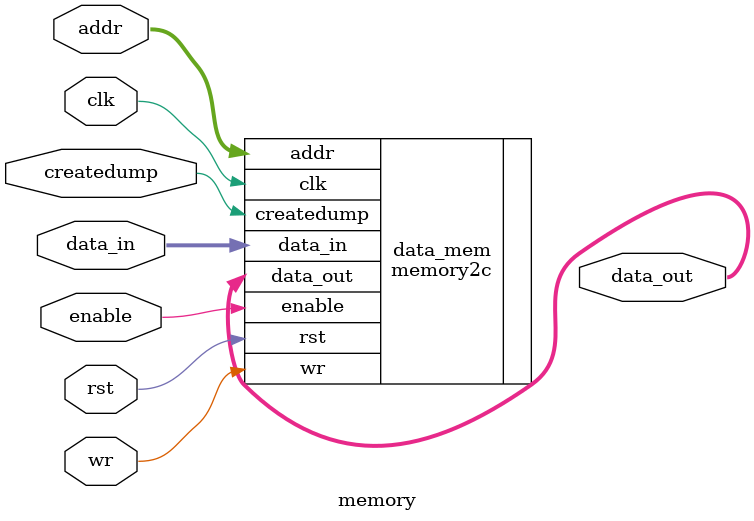
<source format=v>
module memory(
	      input [15:0] data_in,
	      input [15:0] addr,
	      input enable,
	      input wr,
	      input createdump,
	      input clk,
	      input rst,

	      output [15:0] data_out
	      );

   memory2c data_mem (.data_out(data_out), .data_in(data_in), .addr(addr), .enable(enable), .wr(wr), 
		      .createdump(createdump), .clk(clk), .rst(rst));
   


endmodule 

</source>
